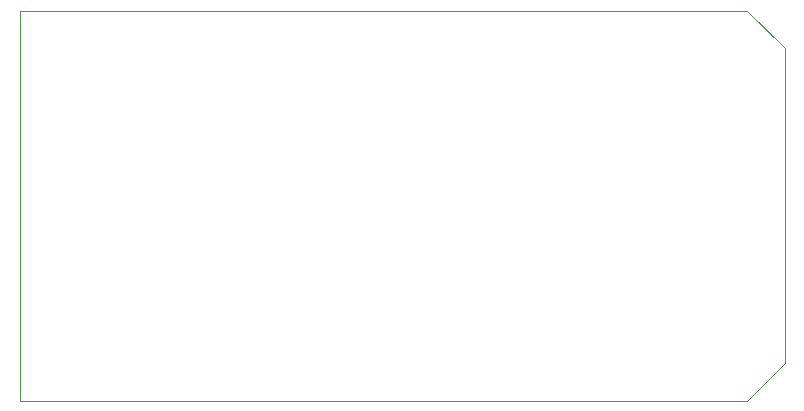
<source format=gm1>
G04 #@! TF.GenerationSoftware,KiCad,Pcbnew,6.0.1-79c1e3a40b~116~ubuntu21.04.1*
G04 #@! TF.CreationDate,2022-02-15T17:06:27-05:00*
G04 #@! TF.ProjectId,reset_modules,72657365-745f-46d6-9f64-756c65732e6b,rev?*
G04 #@! TF.SameCoordinates,Original*
G04 #@! TF.FileFunction,Profile,NP*
%FSLAX46Y46*%
G04 Gerber Fmt 4.6, Leading zero omitted, Abs format (unit mm)*
G04 Created by KiCad (PCBNEW 6.0.1-79c1e3a40b~116~ubuntu21.04.1) date 2022-02-15 17:06:27*
%MOMM*%
%LPD*%
G01*
G04 APERTURE LIST*
G04 #@! TA.AperFunction,Profile*
%ADD10C,0.100000*%
G04 #@! TD*
G04 APERTURE END LIST*
D10*
X132715000Y-109855000D02*
X129540000Y-113030000D01*
X67945000Y-80010000D02*
X67945000Y-113030000D01*
X132715000Y-83185000D02*
X132715000Y-109855000D01*
X67945000Y-80010000D02*
X129540000Y-80010000D01*
X129540000Y-80010000D02*
X132715000Y-83185000D01*
X67945000Y-113030000D02*
X129540000Y-113030000D01*
M02*

</source>
